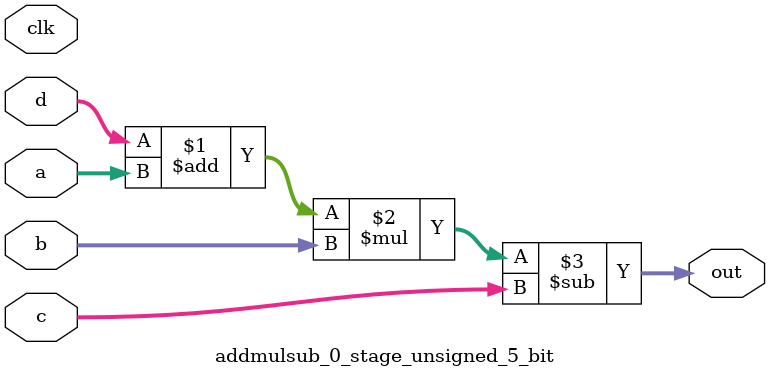
<source format=sv>
(* use_dsp = "yes" *) module addmulsub_0_stage_unsigned_5_bit(
	input  [4:0] a,
	input  [4:0] b,
	input  [4:0] c,
	input  [4:0] d,
	output [4:0] out,
	input clk);

	assign out = ((d + a) * b) - c;
endmodule

</source>
